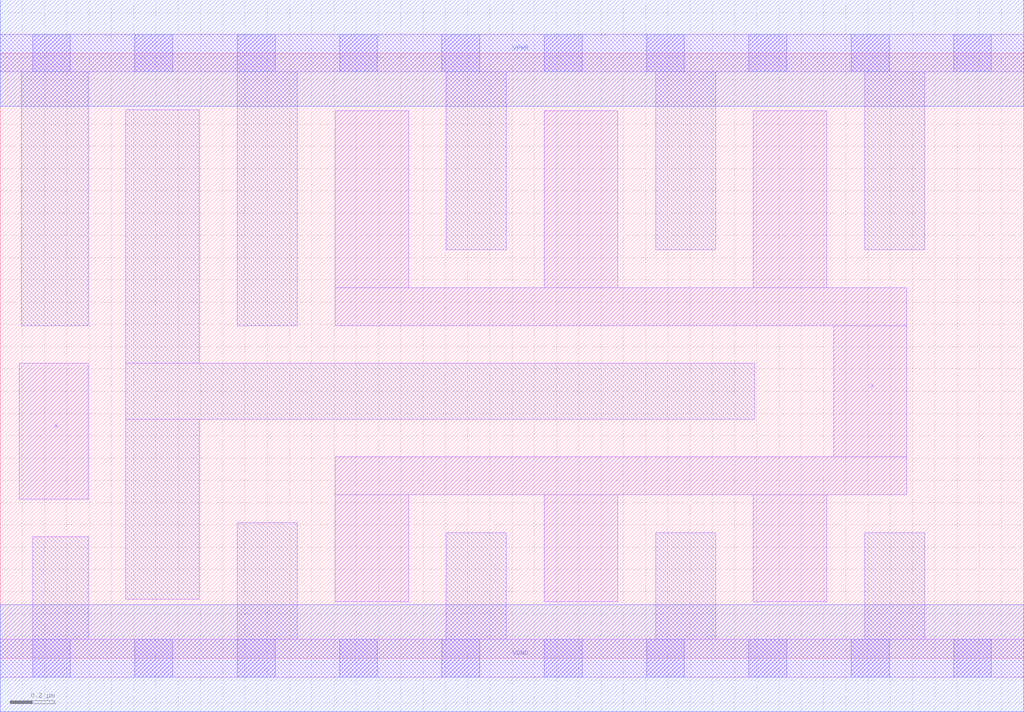
<source format=lef>
# Copyright 2020 The SkyWater PDK Authors
#
# Licensed under the Apache License, Version 2.0 (the "License");
# you may not use this file except in compliance with the License.
# You may obtain a copy of the License at
#
#     https://www.apache.org/licenses/LICENSE-2.0
#
# Unless required by applicable law or agreed to in writing, software
# distributed under the License is distributed on an "AS IS" BASIS,
# WITHOUT WARRANTIES OR CONDITIONS OF ANY KIND, either express or implied.
# See the License for the specific language governing permissions and
# limitations under the License.
#
# SPDX-License-Identifier: Apache-2.0

VERSION 5.7 ;
BUSBITCHARS "[]" ;
DIVIDERCHAR "/" ;
PROPERTYDEFINITIONS
  MACRO maskLayoutSubType STRING ;
  MACRO prCellType STRING ;
  MACRO originalViewName STRING ;
END PROPERTYDEFINITIONS
MACRO sky130_fd_sc_hdll__clkbuf_6
  ORIGIN  0.000000  0.000000 ;
  CLASS CORE ;
  SYMMETRY X Y R90 ;
  SIZE  4.600000 BY  2.720000 ;
  SITE unithd ;
  PIN A
    ANTENNAGATEAREA  0.486000 ;
    DIRECTION INPUT ;
    USE SIGNAL ;
    PORT
      LAYER li1 ;
        RECT 0.085000 0.715000 0.395000 1.325000 ;
    END
  END A
  PIN X
    ANTENNADIFFAREA  1.212300 ;
    DIRECTION OUTPUT ;
    USE SIGNAL ;
    PORT
      LAYER li1 ;
        RECT 1.505000 0.255000 1.835000 0.735000 ;
        RECT 1.505000 0.735000 4.075000 0.905000 ;
        RECT 1.505000 1.495000 4.075000 1.665000 ;
        RECT 1.505000 1.665000 1.835000 2.460000 ;
        RECT 2.445000 0.255000 2.775000 0.735000 ;
        RECT 2.445000 1.665000 2.775000 2.460000 ;
        RECT 3.385000 0.255000 3.715000 0.735000 ;
        RECT 3.385000 1.665000 3.715000 2.460000 ;
        RECT 3.745000 0.905000 4.075000 1.495000 ;
    END
  END X
  PIN VGND
    DIRECTION INOUT ;
    USE GROUND ;
    PORT
      LAYER met1 ;
        RECT 0.000000 -0.240000 4.600000 0.240000 ;
    END
  END VGND
  PIN VNB
    DIRECTION INOUT ;
    USE GROUND ;
    PORT
    END
  END VNB
  PIN VPB
    DIRECTION INOUT ;
    USE POWER ;
    PORT
    END
  END VPB
  PIN VPWR
    DIRECTION INOUT ;
    USE POWER ;
    PORT
      LAYER met1 ;
        RECT 0.000000 2.480000 4.600000 2.960000 ;
    END
  END VPWR
  OBS
    LAYER li1 ;
      RECT 0.000000 -0.085000 4.600000 0.085000 ;
      RECT 0.000000  2.635000 4.600000 2.805000 ;
      RECT 0.095000  1.495000 0.395000 2.635000 ;
      RECT 0.145000  0.085000 0.395000 0.545000 ;
      RECT 0.565000  0.265000 0.895000 1.075000 ;
      RECT 0.565000  1.075000 3.390000 1.325000 ;
      RECT 0.565000  1.325000 0.895000 2.465000 ;
      RECT 1.065000  0.085000 1.335000 0.610000 ;
      RECT 1.065000  1.495000 1.335000 2.635000 ;
      RECT 2.005000  0.085000 2.275000 0.565000 ;
      RECT 2.005000  1.835000 2.275000 2.635000 ;
      RECT 2.945000  0.085000 3.215000 0.565000 ;
      RECT 2.945000  1.835000 3.215000 2.635000 ;
      RECT 3.885000  0.085000 4.155000 0.565000 ;
      RECT 3.885000  1.835000 4.155000 2.635000 ;
    LAYER mcon ;
      RECT 0.145000 -0.085000 0.315000 0.085000 ;
      RECT 0.145000  2.635000 0.315000 2.805000 ;
      RECT 0.605000 -0.085000 0.775000 0.085000 ;
      RECT 0.605000  2.635000 0.775000 2.805000 ;
      RECT 1.065000 -0.085000 1.235000 0.085000 ;
      RECT 1.065000  2.635000 1.235000 2.805000 ;
      RECT 1.525000 -0.085000 1.695000 0.085000 ;
      RECT 1.525000  2.635000 1.695000 2.805000 ;
      RECT 1.985000 -0.085000 2.155000 0.085000 ;
      RECT 1.985000  2.635000 2.155000 2.805000 ;
      RECT 2.445000 -0.085000 2.615000 0.085000 ;
      RECT 2.445000  2.635000 2.615000 2.805000 ;
      RECT 2.905000 -0.085000 3.075000 0.085000 ;
      RECT 2.905000  2.635000 3.075000 2.805000 ;
      RECT 3.365000 -0.085000 3.535000 0.085000 ;
      RECT 3.365000  2.635000 3.535000 2.805000 ;
      RECT 3.825000 -0.085000 3.995000 0.085000 ;
      RECT 3.825000  2.635000 3.995000 2.805000 ;
      RECT 4.285000 -0.085000 4.455000 0.085000 ;
      RECT 4.285000  2.635000 4.455000 2.805000 ;
  END
  PROPERTY maskLayoutSubType "abstract" ;
  PROPERTY prCellType "standard" ;
  PROPERTY originalViewName "layout" ;
END sky130_fd_sc_hdll__clkbuf_6
END LIBRARY

</source>
